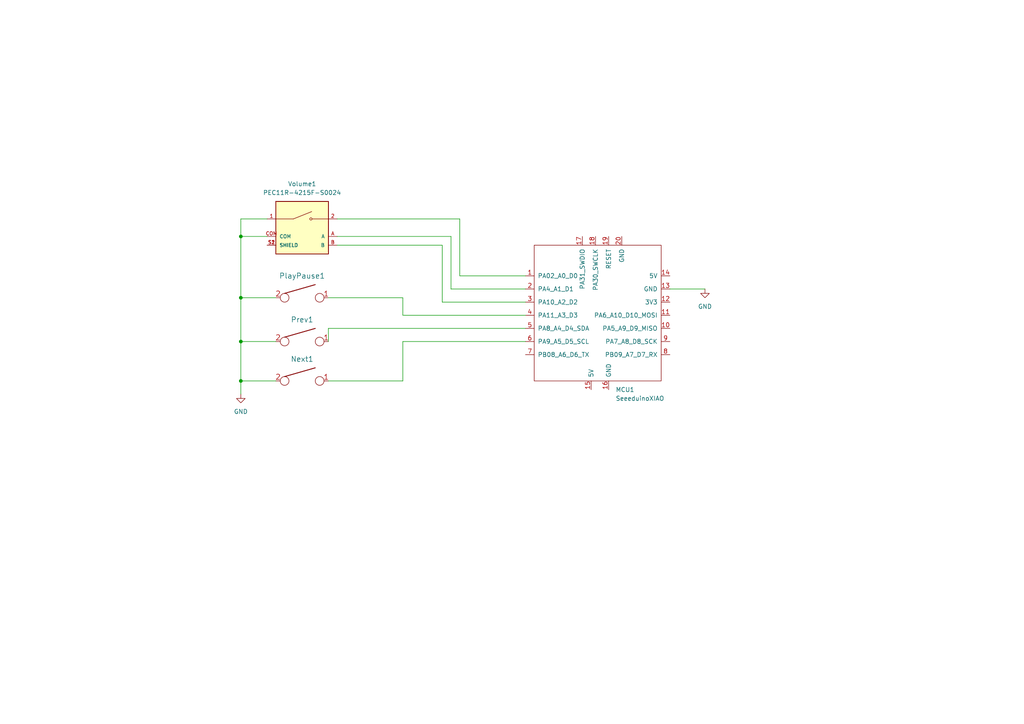
<source format=kicad_sch>
(kicad_sch (version 20231120) (generator "eeschema") (generator_version "8.0")
  (paper "A4")
  (lib_symbols
    (symbol "PEC11R-4215F-S0024:PEC11R-4215F-S0024" (pin_names (offset 1.016))
      (property "Reference" "MT" (at -7.62 8.89 0))
      (property "Value" "PEC11R-4215F-S0024" (at -7.62 -8.89 0))
      (symbol "PEC11R-4215F-S0024_0_0"
        (rectangle (start -7.62 -7.62) (end 7.62 7.62) (stroke (width 0.254)) (fill (type background)))
        (polyline (pts (xy -2.54 2.54) (xy -7.62 2.54)) (stroke (width 0.1524)))
        (polyline (pts (xy -2.54 2.54) (xy 2.794 4.6736)) (stroke (width 0.1524)))
        (polyline (pts (xy 7.62 2.54) (xy 2.921 2.54)) (stroke (width 0.1524)))
        (circle (center 2.54 2.54) (radius 0.3302) (stroke (width 0.1524)))
        (pin passive line (at -10.16 2.54 0) (length 2.54) (name "~") (number "1"))
        (pin passive line (at 10.16 2.54 180) (length 2.54) (name "~") (number "2"))
        (pin passive line (at 10.16 -2.54 180) (length 2.54) (name "A") (number "A"))
        (pin passive line (at 10.16 -5.08 180) (length 2.54) (name "B") (number "B"))
        (pin passive line (at -10.16 -2.54 0) (length 2.54) (name "COM") (number "COM"))
        (pin passive line (at -10.16 -5.08 0) (length 2.54) (name "SHIELD") (number "S1"))
        (pin passive line (at -10.16 -5.08 0) (length 2.54) (name "SHIELD") (number "S2"))
      )
    )
    (symbol "Seeeduino XIAO:SeeeduinoXIAO" (pin_names (offset 1.016))
      (property "Reference" "U" (at -19.05 22.86 0))
      (property "Value" "SeeeduinoXIAO" (at -12.7 21.59 0))
      (symbol "SeeeduinoXIAO_0_1"
        (rectangle (start -19.05 20.32) (end 17.78 -19.05))
      )
      (symbol "SeeeduinoXIAO_1_1"
        (pin unspecified line (at -21.59 11.43 0) (length 2.54) (name "PA02_A0_D0") (number "1"))
        (pin unspecified line (at 20.32 -3.81 180) (length 2.54) (name "PA5_A9_D9_MISO") (number "10"))
        (pin unspecified line (at 20.32 0 180) (length 2.54) (name "PA6_A10_D10_MOSI") (number "11"))
        (pin unspecified line (at 20.32 3.81 180) (length 2.54) (name "3V3") (number "12"))
        (pin unspecified line (at 20.32 7.62 180) (length 2.54) (name "GND") (number "13"))
        (pin unspecified line (at 20.32 11.43 180) (length 2.54) (name "5V") (number "14"))
        (pin input line (at -2.54 -21.59 90) (length 2.54) (name "5V") (number "15"))
        (pin input line (at 2.54 -21.59 90) (length 2.54) (name "GND") (number "16"))
        (pin input line (at -5.08 22.86 270) (length 2.54) (name "PA31_SWDIO") (number "17"))
        (pin input line (at -1.27 22.86 270) (length 2.54) (name "PA30_SWCLK") (number "18"))
        (pin input line (at 2.54 22.86 270) (length 2.54) (name "RESET") (number "19"))
        (pin unspecified line (at -21.59 7.62 0) (length 2.54) (name "PA4_A1_D1") (number "2"))
        (pin input line (at 6.35 22.86 270) (length 2.54) (name "GND") (number "20"))
        (pin unspecified line (at -21.59 3.81 0) (length 2.54) (name "PA10_A2_D2") (number "3"))
        (pin unspecified line (at -21.59 0 0) (length 2.54) (name "PA11_A3_D3") (number "4"))
        (pin unspecified line (at -21.59 -3.81 0) (length 2.54) (name "PA8_A4_D4_SDA") (number "5"))
        (pin unspecified line (at -21.59 -7.62 0) (length 2.54) (name "PA9_A5_D5_SCL") (number "6"))
        (pin unspecified line (at -21.59 -11.43 0) (length 2.54) (name "PB08_A6_D6_TX") (number "7"))
        (pin unspecified line (at 20.32 -11.43 180) (length 2.54) (name "PB09_A7_D7_RX") (number "8"))
        (pin unspecified line (at 20.32 -7.62 180) (length 2.54) (name "PA7_A8_D8_SCK") (number "9"))
      )
    )
    (symbol "kicad_lib_tmk-keyboard_parts:KEYSW" (pin_names (offset 1.016))
      (property "Reference" "K?" (at -1.27 0 0))
      (symbol "KEYSW_0_1"
        (circle (center -5.08 0) (radius 1.27))
        (polyline (pts (xy -5.08 1.27) (xy 3.81 3.81)) (stroke (width 0.254)))
        (circle (center 5.08 0) (radius 1.27))
      )
      (symbol "KEYSW_1_1"
        (pin passive line (at 7.62 0 180) (length 1.27) (name "~") (number "1"))
        (pin passive line (at -7.62 0 0) (length 1.27) (name "~") (number "2"))
      )
    )
    (symbol "power:GND" (power) (pin_names (offset 0))
      (property "Value" "GND" (at 0 -3.81 0))
      (symbol "GND_0_1"
        (polyline (pts (xy 0 0) (xy 0 -1.27) (xy 1.27 -1.27) (xy 0 -2.54) (xy -1.27 -1.27) (xy 0 -1.27)))
      )
      (symbol "GND_1_1"
        (pin power_in line (at 0 0 270) (length 0) hide (name "GND") (number "1"))
      )
    )
  )
  (junction (at 69.85 68.58))
  (junction (at 69.85 86.36))
  (junction (at 69.85 110.49))
  (junction (at 69.85 99.06))
  (wire (pts (xy 130.81 83.82) (xy 152.4 83.82)))
  (wire (pts (xy 128.27 87.63) (xy 128.27 71.12)))
  (wire (pts (xy 77.47 68.58) (xy 69.85 68.58)))
  (wire (pts (xy 116.84 99.06) (xy 116.84 110.49)))
  (wire (pts (xy 69.85 114.3) (xy 69.85 110.49)))
  (wire (pts (xy 116.84 110.49) (xy 95.25 110.49)))
  (wire (pts (xy 152.4 91.44) (xy 116.84 91.44)))
  (wire (pts (xy 80.01 86.36) (xy 69.85 86.36)))
  (wire (pts (xy 128.27 71.12) (xy 97.79 71.12)))
  (wire (pts (xy 152.4 99.06) (xy 116.84 99.06)))
  (wire (pts (xy 77.47 63.5) (xy 69.85 63.5)))
  (wire (pts (xy 152.4 87.63) (xy 128.27 87.63)))
  (wire (pts (xy 69.85 63.5) (xy 69.85 68.58)))
  (wire (pts (xy 69.85 99.06) (xy 69.85 110.49)))
  (wire (pts (xy 133.35 63.5) (xy 133.35 80.01)))
  (wire (pts (xy 69.85 110.49) (xy 80.01 110.49)))
  (wire (pts (xy 116.84 86.36) (xy 95.25 86.36)))
  (wire (pts (xy 97.79 68.58) (xy 130.81 68.58)))
  (wire (pts (xy 80.01 99.06) (xy 69.85 99.06)))
  (wire (pts (xy 133.35 80.01) (xy 152.4 80.01)))
  (wire (pts (xy 116.84 86.36) (xy 116.84 91.44)))
  (wire (pts (xy 95.25 95.25) (xy 95.25 99.06)))
  (wire (pts (xy 95.25 95.25) (xy 152.4 95.25)))
  (wire (pts (xy 97.79 63.5) (xy 133.35 63.5)))
  (wire (pts (xy 130.81 68.58) (xy 130.81 83.82)))
  (wire (pts (xy 194.31 83.82) (xy 204.47 83.82)))
  (wire (pts (xy 69.85 68.58) (xy 69.85 86.36)))
  (wire (pts (xy 69.85 86.36) (xy 69.85 99.06)))
  (symbol (lib_id "kicad_lib_tmk-keyboard_parts:KEYSW") (at 87.63 110.49 0) (unit 1)
    (property "Reference" "Next1" (at 87.63 104.14 0) (effects (font (size 1.524 1.524))))
    (property "Value" "KEYSW" (effects (hide yes)))
    (property "Footprint" "Button_Switch_Keyboard:SW_Cherry_MX_1.00u_PCB" (effects (hide yes)))
  )
  (symbol (lib_id "PEC11R-4215F-S0024:PEC11R-4215F-S0024") (at 87.63 66.04 0) (unit 1)
    (property "Reference" "Volume1" (at 87.63 53.34 0))
    (property "Value" "PEC11R-4215F-S0024" (at 87.63 55.88 0))
    (property "Footprint" "PEC11R-4215F-S0024:XDCR_PEC11R-4215F-S0024" (effects (hide yes)))
    (property "PARTREV" "Rev. 09/19" (effects (hide yes)))
    (property "MAXIMUM_PACKAGE_HEIGHT" "21.5 mm" (effects (hide yes)))
    (property "STANDARD" "Manufacturer Recommendations" (effects (hide yes)))
    (property "MANUFACTURER" "J.W.Miller/Bourns" (effects (hide yes)))
  )
  (symbol (lib_id "Seeeduino XIAO:SeeeduinoXIAO") (at 173.99 91.44 0) (unit 1)
    (property "Reference" "MCU1" (at 178.5494 113.03 0) (effects (justify left)))
    (property "Value" "SeeeduinoXIAO" (at 178.5494 115.57 0) (effects (justify left)))
    (property "Footprint" "Seeeduino XIAO KICAD:Seeeduino XIAO-MOUDLE14P-2.54-21X17.8MM" (effects (hide yes)))
  )
  (symbol (lib_id "kicad_lib_tmk-keyboard_parts:KEYSW") (at 87.63 99.06 0) (unit 1)
    (property "Reference" "Prev1" (at 87.63 92.71 0) (effects (font (size 1.524 1.524))))
    (property "Value" "KEYSW" (effects (hide yes)))
    (property "Footprint" "Button_Switch_Keyboard:SW_Cherry_MX_1.00u_PCB" (effects (hide yes)))
  )
  (symbol (lib_id "power:GND") (at 69.85 114.3 0) (unit 1)
    (property "Reference" "#PWR01" (effects (hide yes)))
    (property "Value" "GND" (at 69.85 119.38 0))
  )
  (symbol (lib_id "power:GND") (at 204.47 83.82 0) (unit 1)
    (property "Reference" "#PWR02" (effects (hide yes)))
    (property "Value" "GND" (at 204.47 88.9 0))
  )
  (symbol (lib_id "kicad_lib_tmk-keyboard_parts:KEYSW") (at 87.63 86.36 0) (unit 1)
    (property "Reference" "PlayPause1" (at 87.63 80.01 0) (effects (font (size 1.524 1.524))))
    (property "Value" "KEYSW" (effects (hide yes)))
    (property "Footprint" "Button_Switch_Keyboard:SW_Cherry_MX_1.00u_PCB" (effects (hide yes)))
  )
)
</source>
